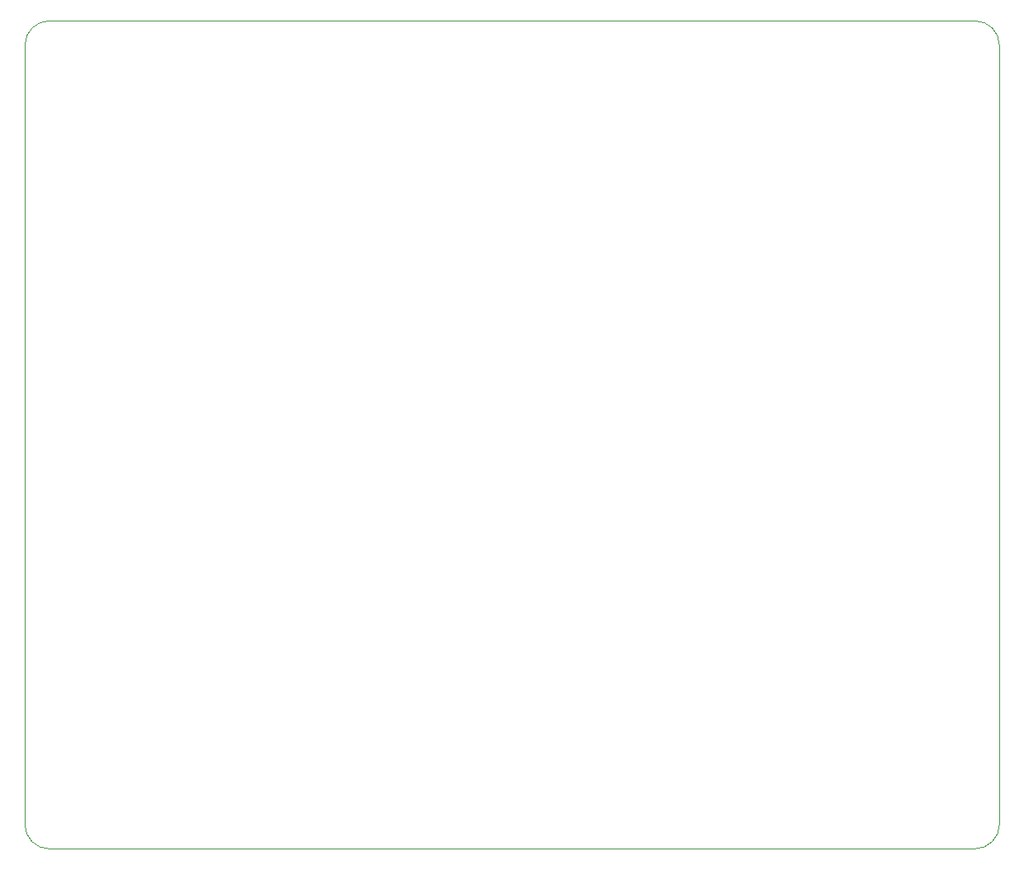
<source format=gm1>
G04 #@! TF.GenerationSoftware,KiCad,Pcbnew,(6.0.9)*
G04 #@! TF.CreationDate,2023-04-01T11:17:42+09:00*
G04 #@! TF.ProjectId,MainBoard,4d61696e-426f-4617-9264-2e6b69636164,rev?*
G04 #@! TF.SameCoordinates,Original*
G04 #@! TF.FileFunction,Profile,NP*
%FSLAX46Y46*%
G04 Gerber Fmt 4.6, Leading zero omitted, Abs format (unit mm)*
G04 Created by KiCad (PCBNEW (6.0.9)) date 2023-04-01 11:17:42*
%MOMM*%
%LPD*%
G01*
G04 APERTURE LIST*
G04 #@! TA.AperFunction,Profile*
%ADD10C,0.100000*%
G04 #@! TD*
G04 APERTURE END LIST*
D10*
X166802000Y-64744000D02*
G75*
G03*
X164302000Y-62244000I-2500000J0D01*
G01*
X164302000Y-147244000D02*
G75*
G03*
X166802000Y-144744000I0J2500000D01*
G01*
X66802000Y-144744000D02*
G75*
G03*
X69302000Y-147244000I2500000J0D01*
G01*
X69302000Y-62244000D02*
G75*
G03*
X66802000Y-64744000I0J-2500000D01*
G01*
X66802000Y-144744000D02*
X66802000Y-64744000D01*
X69302000Y-147244000D02*
X164302000Y-147244000D01*
X164302000Y-62244000D02*
X69302000Y-62244000D01*
X166802000Y-64744000D02*
X166802000Y-144744000D01*
M02*

</source>
